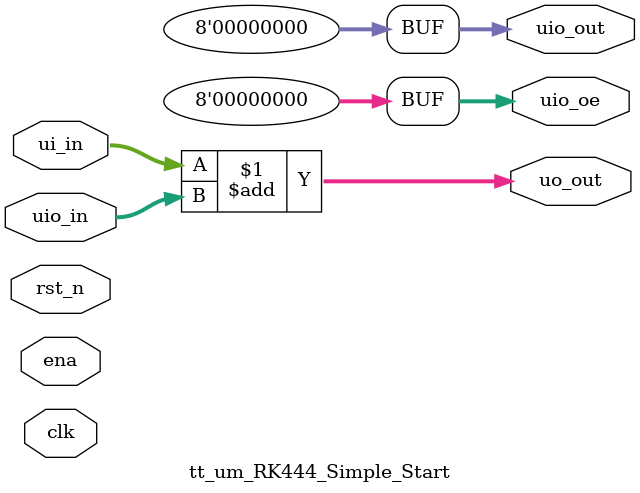
<source format=v>
/*
 * Copyright (c) 2024 Your Name
 * SPDX-License-Identifier: Apache-2.0
 */

`define default_netname none

module tt_um_RK444_Simple_Start (
    input  wire [7:0] ui_in,    // Dedicated inputs
    output wire [7:0] uo_out,   // Dedicated outputs
    input  wire [7:0] uio_in,   // IOs: Input path
    output wire [7:0] uio_out,  // IOs: Output path
    output wire [7:0] uio_oe,   // IOs: Enable path (active high: 0=input, 1=output)
    input  wire       ena,      // will go high when the design is enabled
    input  wire       clk,      // clock
    input  wire       rst_n     // reset_n - low to reset
);

  // All output pins must be assigned. If not used, assign to 0.
  assign uo_out  = ui_in + uio_in;  // Example: ou_out is the sum of ui_in and uio_in
  assign uio_out = 0;
  assign uio_oe  = 0;

endmodule

</source>
